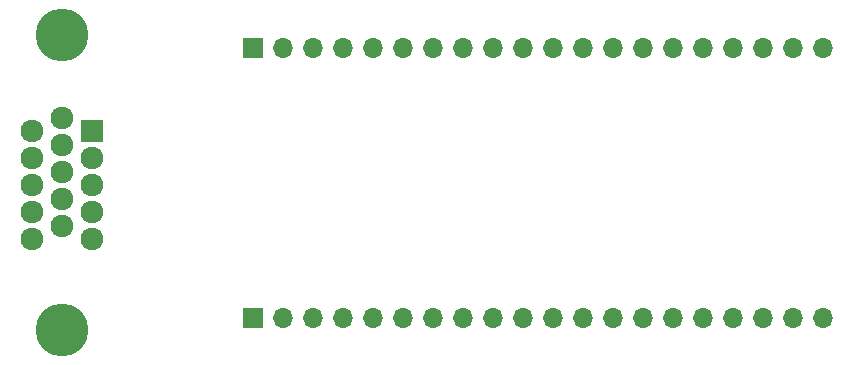
<source format=gbs>
G04 #@! TF.GenerationSoftware,KiCad,Pcbnew,8.0.9-8.0.9-0~ubuntu20.04.1*
G04 #@! TF.CreationDate,2025-04-23T19:08:02+01:00*
G04 #@! TF.ProjectId,ggroohauga-console,6767726f-6f68-4617-9567-612d636f6e73,rev?*
G04 #@! TF.SameCoordinates,Original*
G04 #@! TF.FileFunction,Soldermask,Bot*
G04 #@! TF.FilePolarity,Negative*
%FSLAX46Y46*%
G04 Gerber Fmt 4.6, Leading zero omitted, Abs format (unit mm)*
G04 Created by KiCad (PCBNEW 8.0.9-8.0.9-0~ubuntu20.04.1) date 2025-04-23 19:08:02*
%MOMM*%
%LPD*%
G01*
G04 APERTURE LIST*
G04 Aperture macros list*
%AMRoundRect*
0 Rectangle with rounded corners*
0 $1 Rounding radius*
0 $2 $3 $4 $5 $6 $7 $8 $9 X,Y pos of 4 corners*
0 Add a 4 corners polygon primitive as box body*
4,1,4,$2,$3,$4,$5,$6,$7,$8,$9,$2,$3,0*
0 Add four circle primitives for the rounded corners*
1,1,$1+$1,$2,$3*
1,1,$1+$1,$4,$5*
1,1,$1+$1,$6,$7*
1,1,$1+$1,$8,$9*
0 Add four rect primitives between the rounded corners*
20,1,$1+$1,$2,$3,$4,$5,0*
20,1,$1+$1,$4,$5,$6,$7,0*
20,1,$1+$1,$6,$7,$8,$9,0*
20,1,$1+$1,$8,$9,$2,$3,0*%
G04 Aperture macros list end*
%ADD10R,1.700000X1.700000*%
%ADD11O,1.700000X1.700000*%
%ADD12C,4.470000*%
%ADD13RoundRect,0.102000X-0.862500X0.862500X-0.862500X-0.862500X0.862500X-0.862500X0.862500X0.862500X0*%
%ADD14C,1.929000*%
G04 APERTURE END LIST*
D10*
X81534000Y-54610000D03*
D11*
X84074000Y-54610000D03*
X86614000Y-54610000D03*
X89154000Y-54610000D03*
X91694000Y-54610000D03*
X94234000Y-54610000D03*
X96774000Y-54610000D03*
X99314000Y-54610000D03*
X101854000Y-54610000D03*
X104394000Y-54610000D03*
X106934000Y-54610000D03*
X109474000Y-54610000D03*
X112014000Y-54610000D03*
X114554000Y-54610000D03*
X117094000Y-54610000D03*
X119634000Y-54610000D03*
X122174000Y-54610000D03*
X124714000Y-54610000D03*
X127254000Y-54610000D03*
X129794000Y-54610000D03*
D12*
X65379600Y-53494200D03*
X65379600Y-78484200D03*
D13*
X67919600Y-61659200D03*
D14*
X67919600Y-63949200D03*
X67919600Y-66239200D03*
X67919600Y-68529200D03*
X67919600Y-70819200D03*
X65379600Y-60514200D03*
X65379600Y-62804200D03*
X65379600Y-65094200D03*
X65379600Y-67384200D03*
X65379600Y-69674200D03*
X62839600Y-61659200D03*
X62839600Y-63949200D03*
X62839600Y-66239200D03*
X62839600Y-68529200D03*
X62839600Y-70819200D03*
D10*
X81534000Y-77470000D03*
D11*
X84074000Y-77470000D03*
X86614000Y-77470000D03*
X89154000Y-77470000D03*
X91694000Y-77470000D03*
X94234000Y-77470000D03*
X96774000Y-77470000D03*
X99314000Y-77470000D03*
X101854000Y-77470000D03*
X104394000Y-77470000D03*
X106934000Y-77470000D03*
X109474000Y-77470000D03*
X112014000Y-77470000D03*
X114554000Y-77470000D03*
X117094000Y-77470000D03*
X119634000Y-77470000D03*
X122174000Y-77470000D03*
X124714000Y-77470000D03*
X127254000Y-77470000D03*
X129794000Y-77470000D03*
M02*

</source>
